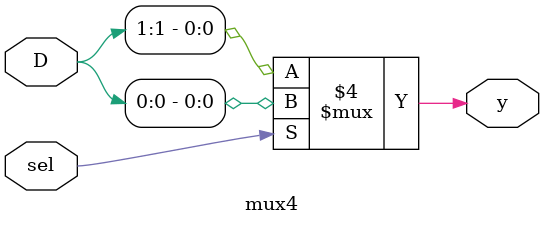
<source format=v>
module mux4(
    input [1:0] D,
    input sel, 
    output reg y 
);

always @ (*) begin
    
    if (sel == 1'b0)
        y = D[1];
    else
        y = D[0]; 
end

endmodule
</source>
